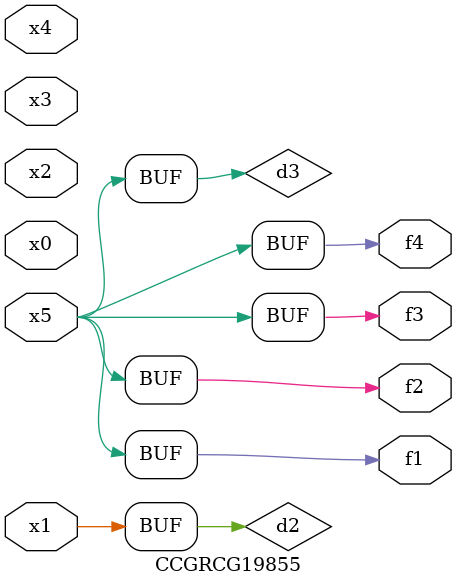
<source format=v>
module CCGRCG19855(
	input x0, x1, x2, x3, x4, x5,
	output f1, f2, f3, f4
);

	wire d1, d2, d3;

	not (d1, x5);
	or (d2, x1);
	xnor (d3, d1);
	assign f1 = d3;
	assign f2 = d3;
	assign f3 = d3;
	assign f4 = d3;
endmodule

</source>
